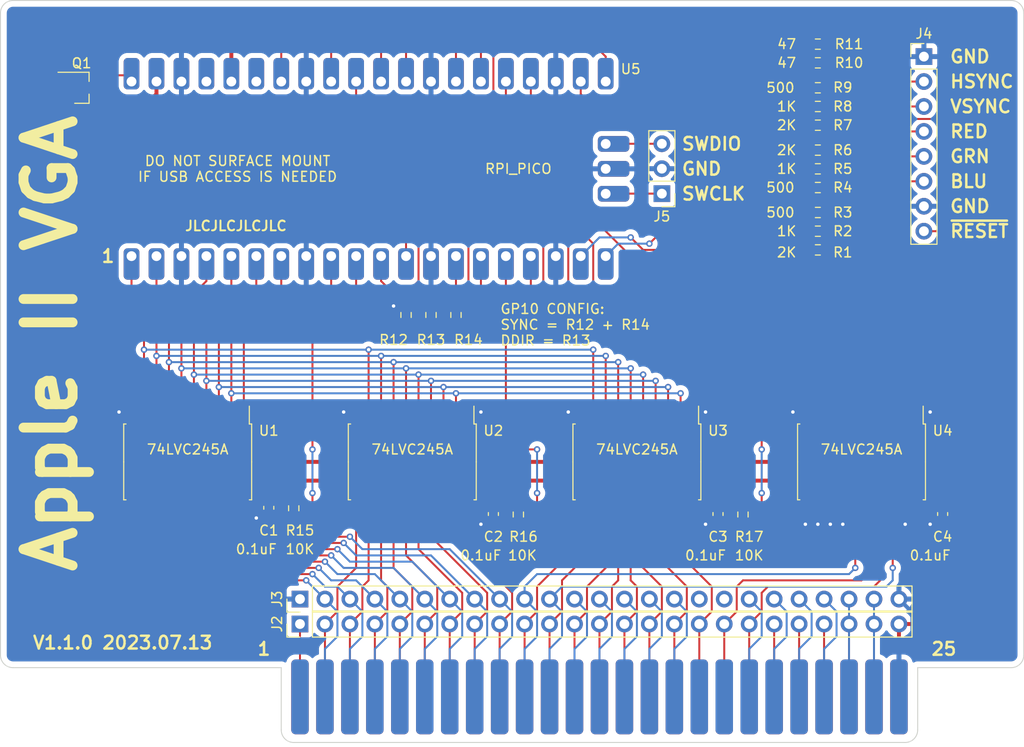
<source format=kicad_pcb>
(kicad_pcb (version 20221018) (generator pcbnew)
  (layers (0 "F.Cu" signal) (31 "B.Cu" signal) (34 "B.Paste" user) (35 "F.Paste" user) (36 "B.SilkS" user "B.Silkscreen") (37 "F.SilkS" user "F.Silkscreen") (38 "B.Mask" user) (39 "F.Mask" user) (44 "Edge.Cuts" user))
  (net 0 "")
  (net 1 "/GND")
  (net 7 "Net-(U5-GP14)")
  (net 8 "Net-(U5-GP15)")
  (net 9 "/D0")
  (net 10 "/D1")
  (net 11 "/D2")
  (net 12 "/D3")
  (net 13 "/D4")
  (net 14 "/D5")
  (net 15 "/D6")
  (net 16 "/D7")
  (net 17 "/CLK_PHI0")
  (net 18 "/INT")
  (net 19 "/DMA")
  (net 20 "/SYNC")
  (net 21 "/A15")
  (net 22 "/A14")
  (net 23 "/A13")
  (net 24 "/A12")
  (net 25 "/A11")
  (net 26 "/A10")
  (net 27 "/A9")
  (net 28 "/A8")
  (net 29 "/A7")
  (net 30 "/A6")
  (net 31 "/A5")
  (net 32 "/A4")
  (net 33 "/A3")
  (net 34 "/A2")
  (net 35 "/A1")
  (net 36 "/A0")
  (net 37 "/~{DEVSEL}")
  (net 38 "/CPUSYNC")
  (net 39 "/CLK_PHI1")
  (net 40 "/Q3")
  (net 41 "/CLK_7M")
  (net 42 "/CLK_3.68M")
  (net 43 "/~{INH}")
  (net 44 "/~{RES}")
  (net 45 "/~{IRQ}")
  (net 46 "/~{NMI}")
  (net 47 "/5V0")
  (net 48 "/~{DMA}")
  (net 49 "/RDY")
  (net 50 "/~{IOSTRB}")
  (net 51 "/~{IOSEL}")
  (net 52 "Net-(U5-GP16)")
  (net 53 "Net-(U5-GP19)")
  (net 54 "/3V3")
  (net 55 "/R~{W}")
  (net 56 "/VGA_H")
  (net 57 "/VGA_V")
  (net 58 "/VGA_R")
  (net 59 "/VGA_G")
  (net 60 "/VGA_B")
  (net 61 "/RUN")
  (net 62 "/VBUS")
  (net 63 "/VSYS")
  (net 64 "Net-(U5-GP18)")
  (net 65 "Net-(U5-GP17)")
  (net 66 "Net-(U5-GP20)")
  (net 67 "/DDIR")
  (net 68 "/GP10")
  (net 69 "/~{AHEN}")
  (net 70 "/~{ALEN}")
  (net 71 "/~{DEN}")
  (net 72 "/DA7")
  (net 73 "/DA6")
  (net 74 "/DA5")
  (net 75 "/DA4")
  (net 76 "/DA3")
  (net 77 "/DA2")
  (net 78 "/DA1")
  (net 79 "/DA0")
  (net 80 "/XSYNC")
  (net 81 "/~{XDEVSEL}")
  (net 82 "/PHI0")
  (net 83 "/XR~{W}")
  (net 84 "Net-(U5-GP21)")
  (net 85 "Net-(U5-GP22)")
  (net 86 "Net-(U5-GP27)")
  (net 87 "Net-(U5-GP28)")
  (net 94 "/SWCLK")
  (net 95 "/SWDIO")
  (footprint "Resistor_SMD:R_0603_1608Metric_Pad0.98x0.95mm_HandSolder" (layer "F.Cu") (at 149.225 91.44)
    (fp_text reference "R1")
    (fp_text value "2K")
  )
  (footprint "AAA:BUS_APPLE_II" (layer "F.Cu") (at 157.48 136.96)
    (fp_text reference "J1" hide)
    (fp_text value "BUS_APPLE_II" hide)
  )
  (footprint "Connector_PinHeader_2.54mm:PinHeader_1x25_P2.54mm_Vertical" (layer "F.Cu") (at 96.52 129.54 90)
    (fp_text reference "J2")
    (fp_text value "Conn_01x25" hide)
  )
  (footprint "Package_SO:SOIC-20W_7.5x12.8mm_P1.27mm" (layer "F.Cu") (at 130.81 113.03 -90)
    (fp_text reference "U3")
    (fp_text value "74LVC245A")
  )
  (footprint "Resistor_SMD:R_0603_1608Metric_Pad0.98x0.95mm_HandSolder" (layer "F.Cu") (at 149.225 83.185)
    (fp_text reference "R5")
    (fp_text value "1K")
  )
  (footprint "Connector_PinHeader_2.54mm:PinHeader_1x25_P2.54mm_Vertical" (layer "F.Cu") (at 96.52 127 90)
    (fp_text reference "J3")
    (fp_text value "Conn_01x25" hide)
  )
  (footprint "Capacitor_SMD:C_0603_1608Metric_Pad1.08x0.95mm_HandSolder" (layer "F.Cu") (at 93.345 117.7025 -90)
    (fp_text reference "C1")
    (fp_text value "0.1uF")
  )
  (footprint "Package_SO:SOIC-20W_7.5x12.8mm_P1.27mm" (layer "F.Cu") (at 85.09 113.03 -90)
    (fp_text reference "U1")
    (fp_text value "74LVC245A")
  )
  (footprint "Resistor_SMD:R_0603_1608Metric_Pad0.98x0.95mm_HandSolder" (layer "F.Cu") (at 149.225 85.09)
    (fp_text reference "R4")
    (fp_text value "500")
  )
  (footprint "Connector_PinHeader_2.54mm:PinHeader_1x08_P2.54mm_Vertical" (layer "F.Cu") (at 160.02 71.755)
    (fp_text reference "J4")
    (fp_text value "Conn_01x08" hide)
  )
  (footprint "Capacitor_SMD:C_0603_1608Metric_Pad1.08x0.95mm_HandSolder" (layer "F.Cu") (at 139.065 118.3375 -90)
    (fp_text reference "C3")
    (fp_text value "0.1uF")
  )
  (footprint "Resistor_SMD:R_0603_1608Metric_Pad0.98x0.95mm_HandSolder" (layer "F.Cu") (at 149.225 78.74)
    (fp_text reference "R7")
    (fp_text value "2K")
  )
  (footprint "Resistor_SMD:R_0603_1608Metric_Pad0.98x0.95mm_HandSolder" (layer "F.Cu") (at 149.225 89.535)
    (fp_text reference "R2")
    (fp_text value "1K")
  )
  (footprint "Resistor_SMD:R_0603_1608Metric_Pad0.98x0.95mm_HandSolder" (layer "F.Cu") (at 149.225 87.63)
    (fp_text reference "R3")
    (fp_text value "500")
  )
  (footprint "Resistor_SMD:R_0603_1608Metric_Pad0.98x0.95mm_HandSolder" (layer "F.Cu") (at 95.885 117.7525 90)
    (fp_text reference "R15")
    (fp_text value "10K")
  )
  (footprint "AAA:RPI_PICO" (layer "F.Cu") (at 102.235 83.185 180)
    (fp_text reference "U5")
    (fp_text value "RPI_PICO")
  )
  (footprint "Package_TO_SOT_SMD:SOT-23_Handsoldering" (layer "F.Cu") (at 74.295 74.93)
    (fp_text reference "Q1")
    (fp_text value "DMG2305UX")
  )
  (footprint "Resistor_SMD:R_0603_1608Metric_Pad0.98x0.95mm_HandSolder" (layer "F.Cu") (at 149.225 74.93)
    (fp_text reference "R9")
    (fp_text value "500")
  )
  (footprint "Resistor_SMD:R_0603_1608Metric_Pad0.98x0.95mm_HandSolder" (layer "F.Cu") (at 141.605 118.3875 90)
    (fp_text reference "R17")
    (fp_text value "10K")
  )
  (footprint "Connector_PinHeader_2.54mm:PinHeader_1x03_P2.54mm_Vertical" (layer "F.Cu") (at 133.35 85.71 180)
    (fp_text reference "J5")
    (fp_text value "Conn_01x03" hide)
  )
  (footprint "Package_SO:SOIC-20W_7.5x12.8mm_P1.27mm" (layer "F.Cu") (at 107.95 113.03 -90)
    (fp_text reference "U2")
    (fp_text value "74LVC245A")
  )
  (footprint "Package_SO:SOIC-20W_7.5x12.8mm_P1.27mm" (layer "F.Cu") (at 153.67 113.03 -90)
    (fp_text reference "U4")
    (fp_text value "74LVC245A")
  )
  (footprint "Resistor_SMD:R_0603_1608Metric_Pad0.98x0.95mm_HandSolder" (layer "F.Cu") (at 149.225 70.485)
    (fp_text reference "R11")
    (fp_text value "47")
  )
  (footprint "Resistor_SMD:R_0603_1608Metric_Pad0.98x0.95mm_HandSolder" (layer "F.Cu") (at 118.745 118.3875 90)
    (fp_text reference "R16")
    (fp_text value "10K")
  )
  (footprint "Resistor_SMD:R_0603_1608Metric_Pad0.98x0.95mm_HandSolder" (layer "F.Cu") (at 109.855 98.0675 -90)
    (fp_text reference "R13")
    (fp_text value "0" hide)
  )
  (footprint "Resistor_SMD:R_0603_1608Metric_Pad0.98x0.95mm_HandSolder" (layer "F.Cu") (at 112.395 98.0675 -90)
    (fp_text reference "R14")
    (fp_text value "0" hide)
  )
  (footprint "Resistor_SMD:R_0603_1608Metric_Pad0.98x0.95mm_HandSolder" (layer "F.Cu") (at 149.225 72.39)
    (fp_text reference "R10")
    (fp_text value "47")
  )
  (footprint "Capacitor_SMD:C_0603_1608Metric_Pad1.08x0.95mm_HandSolder" (layer "F.Cu") (at 116.205 118.3375 -90)
    (fp_text reference "C2")
    (fp_text value "0.1uF")
  )
  (footprint "Capacitor_SMD:C_0603_1608Metric_Pad1.08x0.95mm_HandSolder" (layer "F.Cu") (at 161.925 118.3375 -90)
    (fp_text reference "C4")
    (fp_text value "0.1uF")
  )
  (footprint "Resistor_SMD:R_0603_1608Metric_Pad0.98x0.95mm_HandSolder" (layer "F.Cu") (at 149.225 81.28)
    (fp_text reference "R6")
    (fp_text value "2K")
  )
  (footprint "Resistor_SMD:R_0603_1608Metric_Pad0.98x0.95mm_HandSolder" (layer "F.Cu") (at 107.315 98.0675 -90)
    (fp_text reference "R12")
    (fp_text value "0" hide)
  )
  (footprint "Resistor_SMD:R_0603_1608Metric_Pad0.98x0.95mm_HandSolder" (layer "F.Cu") (at 149.225 76.835)
    (fp_text reference "R8")
    (fp_text value "1K")
  )
  (gr_arc (start 159.385 140.335) (mid 159.013026 141.233026) (end 158.115 141.605) (stroke (width 0.1)) (layer "Edge.Cuts"))
  (gr_line (start 94.615 133.985) (end 94.615 140.335) (stroke (width 0.1)) (layer "Edge.Cuts"))
  (gr_line (start 170.18 132.715) (end 170.18 67.31) (stroke (width 0.1)) (layer "Edge.Cuts"))
  (gr_line (start 159.385 133.985) (end 168.91 133.985) (stroke (width 0.1)) (layer "Edge.Cuts"))
  (gr_arc (start 170.18 132.715) (mid 169.808026 133.613026) (end 168.91 133.985) (stroke (width 0.1)) (layer "Edge.Cuts"))
  (gr_arc (start 66.04 67.31) (mid 66.411974 66.411974) (end 67.31 66.04) (stroke (width 0.1)) (layer "Edge.Cuts"))
  (gr_line (start 95.885 141.605) (end 158.115 141.605) (stroke (width 0.1)) (layer "Edge.Cuts"))
  (gr_line (start 159.385 140.335) (end 159.385 133.985) (stroke (width 0.1)) (layer "Edge.Cuts"))
  (gr_arc (start 168.91 66.04) (mid 169.808026 66.411974) (end 170.18 67.31) (stroke (width 0.1)) (layer "Edge.Cuts"))
  (gr_line (start 66.04 67.31) (end 66.04 132.715) (stroke (width 0.1)) (layer "Edge.Cuts"))
  (gr_line (start 67.31 133.985) (end 94.615 133.985) (stroke (width 0.1)) (layer "Edge.Cuts"))
  (gr_line (start 168.91 66.04) (end 67.31 66.04) (stroke (width 0.1)) (layer "Edge.Cuts"))
  (gr_arc (start 95.885 141.605) (mid 94.986974 141.233026) (end 94.615 140.335) (stroke (width 0.1)) (layer "Edge.Cuts"))
  (gr_arc (start 67.31 133.985) (mid 66.411974 133.613026) (end 66.04 132.715) (stroke (width 0.1)) (layer "Edge.Cuts"))
  (gr_text "VSYNC" (at 162.56 76.835) (layer "F.SilkS") (effects (font (size 1.3 1.3) (thickness 0.25)) (justify left)))
  (gr_text "V1.1.0 2023.07.13" (at 69.215 131.445) (layer "F.SilkS") (effects (font (size 1.3 1.3) (thickness 0.25)) (justify left)))
  (gr_text "SWDIO" (at 135.255 80.645) (layer "F.SilkS") (effects (font (size 1.3 1.3) (thickness 0.25)) (justify left)))
  (gr_text "Apple II VGA" (at 71.12 100.965 90) (layer "F.SilkS") (effects (font (size 5 5) (thickness 1))))
  (gr_text "DO NOT SURFACE MOUNT\nIF USB ACCESS IS NEEDED" (at 90.17 83.185) (layer "F.SilkS") (effects (font (size 1 1))))
  (gr_text "1" (at 76.2 92.075) (layer "F.SilkS") (effects (font (size 1.3 1.3) (thickness 0.25)) (justify left)))
  (gr_text "GND" (at 162.56 86.995) (layer "F.SilkS") (effects (font (size 1.3 1.3) (thickness 0.25)) (justify left)))
  (gr_text "JLCJLCJLCJLC" (at 90 89) (layer "F.SilkS") (effects (font (size 1 1) (thickness 0.2))))
  (gr_text "HSYNC" (at 162.56 74.295) (layer "F.SilkS") (effects (font (size 1.3 1.3) (thickness 0.25)) (justify left)))
  (gr_text "GP10 CONFIG:\nSYNC = R12 + R14\nDDIR = R13" (at 116.84 99.06) (layer "F.SilkS") (effects (font (size 1 1)) (justify left)))
  (gr_text "SWCLK" (at 135.255 85.725) (layer "F.SilkS") (effects (font (size 1.3 1.3) (thickness 0.25)) (justify left)))
  (gr_text "RED" (at 162.56 79.375) (layer "F.SilkS") (effects (font (size 1.3 1.3) (thickness 0.25)) (justify left)))
  (gr_text "1" (at 92.075 132.08) (layer "F.SilkS") (effects (font (size 1.3 1.3) (thickness 0.25)) (justify left)))
  (gr_text "GND" (at 162.56 71.755) (layer "F.SilkS") (effects (font (size 1.3 1.3) (thickness 0.25)) (justify left)))
  (gr_text "~{RESET}" (at 162.56 89.535) (layer "F.SilkS") (effects (font (size 1.3 1.3) (thickness 0.25)) (justify left)))
  (gr_text "25" (at 160.655 132.08) (layer "F.SilkS") (effects (font (size 1.3 1.3) (thickness 0.25)) (justify left)))
  (gr_text "GRN" (at 162.56 81.915) (layer "F.SilkS") (effects (font (size 1.3 1.3) (thickness 0.25)) (justify left)))
  (gr_text "GND" (at 135.255 83.185) (layer "F.SilkS") (effects (font (size 1.3 1.3) (thickness 0.25)) (justify left)))
  (gr_text "BLU" (at 162.56 84.455) (layer "F.SilkS") (effects (font (size 1.3 1.3) (thickness 0.25)) (justify left)))
  (segment (start 147.955 107.95) (end 147.32 107.95) (width 0.4) (layer "F.Cu") (net 1))
  (segment (start 136.525 108.38) (end 136.525 107.95) (width 0.2) (layer "F.Cu") (net 1))
  (segment (start 137.795 119.38) (end 138.885 119.38) (width 0.2) (layer "F.Cu") (net 1))
  (segment (start 92.075 118.745) (end 93.165 118.745) (width 0.2) (layer "F.Cu") (net 1))
  (segment (start 127.635 83.185) (end 127.65 83.17) (width 0.2) (layer "F.Cu") (net 1))
  (segment (start 114.935 119.38) (end 116.025 119.38) (width 0.2) (layer "F.Cu") (net 1))
  (segment (start 147.955 117.68) (end 147.955 119.38) (width 0.2) (layer "F.Cu") (net 1))
  (segment (start 79.375 108.38) (end 79.375 107.95) (width 0.2) (layer "F.Cu") (net 1))
  (segment (start 150.495 117.68) (end 150.495 119.38) (width 0.2) (layer "F.Cu") (net 1))
  (segment (start 138.885 119.38) (end 139.065 119.2) (width 0.2) (layer "F.Cu") (net 1))
  (segment (start 125.095 107.95) (end 123.825 107.95) (width 0.4) (layer "F.Cu") (net 1))
  (segment (start 159.385 108.38) (end 159.385 107.95) (width 0.2) (layer "F.Cu") (net 1))
  (segment (start 102.235 108.38) (end 102.235 107.95) (width 0.2) (layer "F.Cu") (net 1))
  (segment (start 127.65 83.17) (end 133.35 83.17) (width 0.2) (layer "F.Cu") (net 1))
  (segment (start 147.32 107.95) (end 146.685 107.95) (width 0.4) (layer "F.Cu") (net 1))
  (segment (start 102.235 107.95) (end 100.965 107.95) (width 0.4) (layer "F.Cu") (net 1))
  (segment (start 149.225 117.68) (end 149.225 119.38) (width 0.2) (layer "F.Cu") (net 1))
  (segment (start 151.765 117.68) (end 151.765 119.38) (width 0.2) (layer "F.Cu") (net 1))
  (segment (start 113.665 107.95) (end 114.935 107.95) (width 0.2) (layer "F.Cu") (net 1))
  (segment (start 136.525 107.95) (end 137.795 107.95) (width 0.2) (layer "F.Cu") (net 1))
  (segment (start 125.095 108.38) (end 125.095 107.95) (width 0.2) (layer "F.Cu") (net 1))
  (segment (start 158.115 117.68) (end 158.115 119.38) (width 0.2) (layer "F.Cu") (net 1))
  (segment (start 160.655 119.38) (end 161.745 119.38) (width 0.2) (layer "F.Cu") (net 1))
  (segment (start 147.955 108.38) (end 147.955 107.95) (width 0.2) (layer "F.Cu") (net 1))
  (segment (start 159.385 107.95) (end 160.655 107.95) (width 0.2) (layer "F.Cu") (net 1))
  (segment (start 79.375 107.95) (end 78.105 107.95) (width 0.4) (layer "F.Cu") (net 1))
  (segment (start 93.165 118.745) (end 93.345 118.565) (width 0.2) (layer "F.Cu") (net 1))
  (segment (start 161.745 119.38) (end 161.925 119.2) (width 0.2) (layer "F.Cu") (net 1))
  (segment (start 116.025 119.38) (end 116.205 119.2) (width 0.2) (layer "F.Cu") (net 1))
  (segment (start 113.665 108.38) (end 113.665 107.95) (width 0.2) (layer "F.Cu") (net 1))
  (segment (start 107.315 97.155) (end 106.045 97.155) (width 0.2) (layer "F.Cu") (net 1))
  (via (at 137.795 119.38) (size 0.65) (drill 0.35) (layers "F.Cu" "B.Cu") (net 1))
  (via (at 78.105 107.95) (size 0.65) (drill 0.35) (layers "F.Cu" "B.Cu") (net 1))
  (via (at 149.225 119.38) (size 0.65) (drill 0.35) (layers "F.Cu" "B.Cu") (net 1))
  (via (at 158.115 119.38) (size 0.65) (drill 0.35) (layers "F.Cu" "B.Cu") (net 1))
  (via (at 123.825 107.95) (size 0.65) (drill 0.35) (layers "F.Cu" "B.Cu") (net 1))
  (via (at 106.045 97.155) (size 0.65) (drill 0.35) (layers "F.Cu" "B.Cu") (net 1))
  (via (at 150.495 119.38) (size 0.65) (drill 0.35) (layers "F.Cu" "B.Cu") (net 1))
  (via (at 147.955 119.38) (size 0.65) (drill 0.35) (layers "F.Cu" "B.Cu") (net 1))
  (via (at 92.075 118.745) (size 0.65) (drill 0.35) (layers "F.Cu" "B.Cu") (net 1))
  (via (at 114.935 107.95) (size 0.65) (drill 0.35) (layers "F.Cu" "B.Cu") (net 1))
  (via (at 100.965 107.95) (size 0.65) (drill 0.35) (layers "F.Cu" "B.Cu") (net 1))
  (via (at 160.655 107.95) (size 0.65) (drill 0.35) (layers "F.Cu" "B.Cu") (net 1))
  (via (at 146.685 107.95) (size 0.65) (drill 0.35) (layers "F.Cu" "B.Cu") (net 1))
  (via (at 137.795 107.95) (size 0.65) (drill 0.35) (layers "F.Cu" "B.Cu") (net 1))
  (via (at 151.765 119.38) (size 0.65) (drill 0.35) (layers "F.Cu" "B.Cu") (net 1))
  (via (at 114.935 119.38) (size 0.65) (drill 0.35) (layers "F.Cu" "B.Cu") (net 1))
  (via (at 160.655 119.38) (size 0.65) (drill 0.35) (layers "F.Cu" "B.Cu") (net 1))
  (segment (start 157.48 127) (end 158.75 128.27) (width 0.4) (layer "B.Cu") (net 1))
  (segment (start 158.75 128.27) (end 158.75 130.81) (width 0.2) (layer "B.Cu") (net 1))
  (segment (start 158.75 130.81) (end 157.48 132.08) (width 0.2) (layer "B.Cu") (net 1))
  (segment (start 157.48 132.08) (end 157.48 137.16) (width 0.4) (layer "B.Cu") (net 1))
  (segment (start 130.175 90.17) (end 131.445 91.44) (width 0.2) (layer "F.Cu") (net 7))
  (segment (start 131.445 91.44) (end 148.3125 91.44) (width 0.2) (layer "F.Cu") (net 7))
  (via (at 130.175 90.17) (size 0.65) (drill 0.35) (layers "F.Cu" "B.Cu") (net 7))
  (segment (start 127 90.17) (end 130.175 90.17) (width 0.2) (layer "B.Cu") (net 7))
  (segment (start 125.095 92.075) (end 127 90.17) (width 0.2) (layer "B.Cu") (net 7))
  (segment (start 133.35 89.535) (end 148.3125 89.535) (width 0.2) (layer "F.Cu") (net 8))
  (segment (start 132.08 90.805) (end 133.35 89.535) (width 0.2) (layer "F.Cu") (net 8))
  (via (at 132.08 90.805) (size 0.65) (drill 0.35) (layers "F.Cu" "B.Cu") (net 8))
  (segment (start 132.08 90.805) (end 128.905 90.805) (width 0.2) (layer "B.Cu") (net 8))
  (segment (start 128.905 90.805) (end 127.635 92.075) (width 0.2) (layer "B.Cu") (net 8))
  (segment (start 97.155 125.095) (end 80.01 125.095) (width 0.2) (layer "F.Cu") (net 9))
  (segment (start 80.01 125.095) (end 79.375 124.46) (width 0.2) (layer "F.Cu") (net 9))
  (segment (start 79.375 124.46) (end 79.375 117.68) (width 0.2) (layer "F.Cu") (net 9))
  (via (at 97.155 125.095) (size 0.65) (drill 0.35) (layers "F.Cu" "B.Cu") (net 9))
  (segment (start 99.06 132.08) (end 99.06 137.16) (width 0.2) (layer "B.Cu") (net 9))
  (segment (start 99.06 127) (end 100.33 128.27) (width 0.2) (layer "B.Cu") (net 9))
  (segment (start 97.155 125.095) (end 99.06 127) (width 0.2) (layer "B.Cu") (net 9))
  (segment (start 100.33 130.81) (end 99.06 132.08) (width 0.2) (layer "B.Cu") (net 9))
  (segment (start 100.33 128.27) (end 100.33 130.81) (width 0.2) (layer "B.Cu") (net 9))
  (segment (start 97.79 124.46) (end 81.28 124.46) (width 0.2) (layer "F.Cu") (net 10))
  (segment (start 81.28 124.46) (end 80.645 123.825) (width 0.2) (layer "F.Cu") (net 10))
  (segment (start 80.645 123.825) (end 80.645 117.68) (width 0.2) (layer "F.Cu") (net 10))
  (via (at 97.79 124.46) (size 0.65) (drill 0.35) (layers "F.Cu" "B.Cu") (net 10))
  (segment (start 97.79 124.46) (end 99.06 125.73) (width 0.2) (layer "B.Cu") (net 10))
  (segment (start 102.87 128.27) (end 102.87 130.81) (width 0.2) (layer "B.Cu") (net 10))
  (segment (start 101.6 132.08) (end 101.6 137.16) (width 0.2) (layer "B.Cu") (net 10))
  (segment (start 101.6 127) (end 102.87 128.27) (width 0.2) (layer "B.Cu") (net 10))
  (segment (start 100.33 125.73) (end 101.6 127) (width 0.2) (layer "B.Cu") (net 10))
  (segment (start 99.06 125.73) (end 100.33 125.73) (width 0.2) (layer "B.Cu") (net 10))
  (segment (start 102.87 130.81) (end 101.6 132.08) (width 0.2) (layer "B.Cu") (net 10))
  (segment (start 81.915 123.19) (end 81.915 117.68) (width 0.2) (layer "F.Cu") (net 11))
  (segment (start 98.425 123.825) (end 82.55 123.825) (width 0.2) (layer "F.Cu") (net 11))
  (segment (start 82.55 123.825) (end 81.915 123.19) (width 0.2) (layer "F.Cu") (net 11))
  (via (at 98.425 123.825) (size 0.65) (drill 0.35) (layers "F.Cu" "B.Cu") (net 11))
  (segment (start 99.695 125.095) (end 102.235 125.095) (width 0.2) (layer "B.Cu") (net 11))
  (segment (start 102.235 125.095) (end 104.14 127) (width 0.2) (layer "B.Cu") (net 11))
  (segment (start 105.41 128.27) (end 105.41 130.81) (width 0.2) (layer "B.Cu") (net 11))
  (segment (start 104.14 132.08) (end 104.14 137.16) (width 0.2) (layer "B.Cu") (net 11))
  (segment (start 98.425 123.825) (end 99.695 125.095) (width 0.2) (layer "B.Cu") (net 11))
  (segment (start 105.41 130.81) (end 104.14 132.08) (width 0.2) (layer "B.Cu") (net 11))
  (segment (start 104.14 127) (end 105.41 128.27) (width 0.2) (layer "B.Cu") (net 11))
  (segment (start 99.06 123.19) (end 83.82 123.19) (width 0.2) (layer "F.Cu") (net 12))
  (segment (start 83.82 123.19) (end 83.185 122.555) (width 0.2) (layer "F.Cu") (net 12))
  (segment (start 83.185 122.555) (end 83.185 117.68) (width 0.2) (layer "F.Cu") (net 12))
  (via (at 99.06 123.19) (size 0.65) (drill 0.35) (layers "F.Cu" "B.Cu") (net 12))
  (segment (start 104.14 124.46) (end 106.68 127) (width 0.2) (layer "B.Cu") (net 12))
  (segment (start 99.06 123.19) (end 100.33 124.46) (width 0.2) (layer "B.Cu") (net 12))
  (segment (start 100.33 124.46) (end 104.14 124.46) (width 0.2) (layer "B.Cu") (net 12))
  (segment (start 107.95 128.27) (end 107.95 130.81) (width 0.2) (layer "B.Cu") (net 12))
  (segment (start 107.95 130.81) (end 106.68 132.08) (width 0.2) (layer "B.Cu") (net 12))
  (segment (start 106.68 127) (end 107.95 128.27) (width 0.2) (layer "B.Cu") (net 12))
  (segment (start 106.68 132.08) (end 106.68 137.16) (width 0.2) (layer "B.Cu") (net 12))
  (segment (start 84.455 121.92) (end 84.455 117.68) (width 0.2) (layer "F.Cu") (net 13))
  (segment (start 85.09 122.555) (end 84.455 121.92) (width 0.2) (layer "F.Cu") (net 13))
  (segment (start 99.695 122.555) (end 85.09 122.555) (width 0.2) (layer "F.Cu") (net 13))
  (via (at 99.695 122.555) (size 0.65) (drill 0.35) (layers "F.Cu" "B.Cu") (net 13))
  (segment (start 110.49 128.27) (end 110.49 130.81) (width 0.2) (layer "B.Cu") (net 13))
  (segment (start 109.22 132.08) (end 109.22 137.16) (width 0.2) (layer "B.Cu") (net 13))
  (segment (start 100.965 123.825) (end 106.045 123.825) (width 0.2) (layer "B.Cu") (net 13))
  (segment (start 110.49 130.81) (end 109.22 132.08) (width 0.2) (layer "B.Cu") (net 13))
  (segment (start 99.695 122.555) (end 100.965 123.825) (width 0.2) (layer "B.Cu") (net 13))
  (segment (start 106.045 123.825) (end 109.22 127) (width 0.2) (layer "B.Cu") (net 13))
  (segment (start 109.22 127) (end 110.49 128.27) (width 0.2) (layer "B.Cu") (net 13))
  (segment (start 100.33 121.92) (end 86.36 121.92) (width 0.2) (layer "F.Cu") (net 14))
  (segment (start 86.36 121.92) (end 85.725 121.285) (width 0.2) (layer "F.Cu") (net 14))
  (segment (start 85.725 121.285) (end 85.725 117.68) (width 0.2) (layer "F.Cu") (net 14))
  (via (at 100.33 121.92) (size 0.65) (drill 0.35) (layers "F.Cu" "B.Cu") (net 14))
  (segment (start 111.76 132.08) (end 111.76 137.16) (width 0.2) (layer "B.Cu") (net 14))
  (segment (start 100.33 121.92) (end 101.6 123.19) (width 0.2) (layer "B.Cu") (net 14))
  (segment (start 101.6 123.19) (end 107.95 123.19) (width 0.2) (layer "B.Cu") (net 14))
  (segment (start 111.76 127) (end 113.03 128.27) (width 0.2) (layer "B.Cu") (net 14))
  (segment (start 107.95 123.19) (end 111.76 127) (width 0.2) (layer "B.Cu") (net 14))
  (segment (start 113.03 130.81) (end 111.76 132.08) (width 0.2) (layer "B.Cu") (net 14))
  (segment (start 113.03 128.27) (end 113.03 130.81) (width 0.2) (layer "B.Cu") (net 14))
  (segment (start 87.63 121.285) (end 86.995 120.65) (width 0.2) (layer "F.Cu") (net 15))
  (segment (start 86.995 120.65) (end 86.995 117.68) (width 0.2) (layer "F.Cu") (net 15))
  (segment (start 100.965 121.285) (end 87.63 121.285) (width 0.2) (layer "F.Cu") (net 15))
  (via (at 100.965 121.285) (size 0.65) (drill 0.35) (layers "F.Cu" "B.Cu") (net 15))
  (segment (start 100.965 121.285) (end 102.235 122.555) (width 0.2) (layer "B.Cu") (net 15))
  (segment (start 109.855 122.555) (end 114.3 127) (width 0.2) (layer "B.Cu") (net 15))
  (segment (start 102.235 122.555) (end 109.855 122.555) (width 0.2) (layer "B.Cu") (net 15))
  (segment (start 114.3 127) (end 115.57 128.27) (width 0.2) (layer "B.Cu") (net 15))
  (segment (start 114.3 132.08) (end 114.3 137.16) (width 0.2) (layer "B.Cu") (net 15))
  (segment (start 115.57 130.81) (end 114.3 132.08) (width 0.2) (layer "B.Cu") (net 15))
  (segment (start 115.57 128.27) (end 115.57 130.81) (width 0.2) (layer "B.Cu") (net 15))
  (segment (start 88.265 120.015) (end 88.265 117.68) (width 0.2) (layer "F.Cu") (net 16))
  (segment (start 88.9 120.65) (end 88.265 120.015) (width 0.2) (layer "F.Cu") (net 16))
  (segment (start 101.6 120.65) (end 88.9 120.65) (width 0.2) (layer "F.Cu") (net 16))
  (via (at 101.6 120.65) (size 0.65) (drill 0.35) (layers "F.Cu" "B.Cu") (net 16))
  (segment (start 116.84 127) (end 118.11 128.27) (width 0.2) (layer "B.Cu") (net 16))
  (segment (start 101.6 120.65) (end 102.87 121.92) (width 0.2) (layer "B.Cu") (net 16))
  (segment (start 118.11 130.81) (end 116.84 132.08) (width 0.2) (layer "B.Cu") (net 16))
  (segment (start 111.76 121.92) (end 116.84 127) (width 0.2) (layer "B.Cu") (net 16))
  (segment (start 116.84 132.08) (end 116.84 137.16) (width 0.2) (layer "B.Cu") (net 16))
  (segment (start 102.87 121.92) (end 111.76 121.92) (width 0.2) (layer "B.Cu") (net 16))
  (segment (start 118.11 128.27) (end 118.11 130.81) (width 0.2) (layer "B.Cu") (net 16))
  (segment (start 156.845 123.825) (end 156.845 117.68) (width 0.2) (layer "F.Cu") (net 17))
  (via (at 156.845 123.825) (size 0.65) (drill 0.35) (layers "F.Cu" "B.Cu") (net 17))
  (segment (start 156.845 125.095) (end 156.845 123.825) (width 0.2) (layer "B.Cu") (net 17))
  (segment (start 123.19 130.81) (end 121.92 132.08) (width 0.2) (layer "B.Cu") (net 17))
  (segment (start 121.92 132.08) (end 121.92 137.16) (width 0.2) (layer "B.Cu") (net 17))
  (segment (start 121.92 127) (end 123.19 128.27) (width 0.2) (layer "B.Cu") (net 17))
  (segment (start 121.92 127) (end 123.19 125.73) (width 0.2) (layer "B.Cu") (net 17))
  (segment (start 123.19 125.73) (end 156.21 125.73) (width 0.2) (layer "B.Cu") (net 17))
  (segment (start 123.19 128.27) (end 123.19 130.81) (width 0.2) (layer "B.Cu") (net 17))
  (segment (start 156.21 125.73) (end 156.845 125.095) (width 0.2) (layer "B.Cu") (net 17))
  (segment (start 152.4 137.16) (end 152.4 129.54) (width 0.2) (layer "F.Cu") (net 18))
  (segment (start 152.4 129.54) (end 152.4 137.16) (width 0.2) (layer "B.Cu") (net 18))
  (segment (start 152.4 127) (end 152.4 129.54) (width 0.2) (layer "B.Cu") (net 18))
  (segment (start 154.94 137.16) (end 154.94 129.54) (width 0.2) (layer "F.Cu") (net 19))
  (segment (start 154.94 129.54) (end 154.94 137.16) (width 0.2) (layer "B.Cu") (net 19))
  (segment (start 154.94 127) (end 154.94 129.54) (width 0.2) (layer "B.Cu") (net 19))
  (segment (start 142.24 137.16) (end 142.24 129.54) (width 0.2) (layer "F.Cu") (net 20))
  (segment (start 155.575 125.095) (end 155.575 117.68) (width 0.2) (layer "F.Cu") (net 20))
  (segment (start 144.145 125.73) (end 154.94 125.73) (width 0.2) (layer "F.Cu") (net 20))
  (segment (start 143.51 128.27) (end 143.51 126.365) (width 0.2) (layer "F.Cu") (net 20))
  (segment (start 154.94 125.73) (end 155.575 125.095) (width 0.2) (layer "F.Cu") (net 20))
  (segment (start 142.24 129.54) (end 143.51 128.27) (width 0.2) (layer "F.Cu") (net 20))
  (segment (start 143.51 126.365) (end 144.145 125.73) (width 0.2) (layer "F.Cu") (net 20))
  (segment (start 138.43 128.27) (end 138.43 125.73) (width 0.2) (layer "F.Cu") (net 21))
  (segment (start 137.16 137.16) (end 137.16 129.54) (width 0.2) (layer "F.Cu") (net 21))
  (segment (start 138.43 125.73) (end 133.985 121.285) (width 0.2) (layer "F.Cu") (net 21))
  (segment (start 137.16 129.54) (end 138.43 128.27) (width 0.2) (layer "F.Cu") (net 21))
  (segment (start 133.985 121.285) (end 133.985 117.68) (width 0.2) (layer "F.Cu") (net 21))
  (segment (start 132.715 122.555) (end 132.715 117.68) (width 0.2) (layer "F.Cu") (net 22))
  (segment (start 134.62 129.54) (end 135.89 128.27) (width 0.2) (layer "F.Cu") (net 22))
  (segment (start 135.89 128.27) (end 135.89 125.73) (width 0.2) (layer "F.Cu") (net 22))
  (segment (start 134.62 137.16) (end 134.62 129.54) (width 0.2) (layer "F.Cu") (net 22))
  (segment (start 135.89 125.73) (end 132.715 122.555) (width 0.2) (layer "F.Cu") (net 22))
  (segment (start 133.35 125.73) (end 131.445 123.825) (width 0.2) (layer "F.Cu") (net 23))
  (segment (start 131.445 123.825) (end 131.445 117.68) (width 0.2) (layer "F.Cu") (net 23))
  (segment (start 132.08 137.16) (end 132.08 129.54) (width 0.2) (layer "F.Cu") (net 23))
  (segment (start 132.08 129.54) (end 133.35 128.27) (width 0.2) (layer "F.Cu") (net 23))
  (segment (start 133.35 128.27) (end 133.35 125.73) (width 0.2) (layer "F.Cu") (net 23))
  (segment (start 129.54 137.16) (end 129.54 129.54) (width 0.2) (layer "F.Cu") (net 24))
  (segment (start 129.54 129.54) (end 130.81 128.27) (width 0.2) (layer "F.Cu") (net 24))
  (segment (start 130.175 125.095) (end 130.175 117.68) (width 0.2) (layer "F.Cu") (net 24))
  (segment (start 130.81 125.73) (end 130.175 125.095) (width 0.2) (layer "F.Cu") (net 24))
  (segment (start 130.81 128.27) (end 130.81 125.73) (width 0.2) (layer "F.Cu") (net 24))
  (segment (start 127 129.54) (end 128.27 128.27) (width 0.2) (layer "F.Cu") (net 25))
  (segment (start 128.27 128.27) (end 128.27 125.73) (width 0.2) (layer "F.Cu") (net 25))
  (segment (start 128.27 125.73) (end 128.905 125.095) (width 0.2) (layer "F.Cu") (net 25))
  (segment (start 128.905 125.095) (end 128.905 117.68) (width 0.2) (layer "F.Cu") (net 25))
  (segment (start 127 137.16) (end 127 129.54) (width 0.2) (layer "F.Cu") (net 25))
  (segment (start 124.46 137.16) (end 124.46 129.54) (width 0.2) (layer "F.Cu") (net 26))
  (segment (start 127.635 123.825) (end 127.635 117.68) (width 0.2) (layer "F.Cu") (net 26))
  (segment (start 125.73 125.73) (end 127.635 123.825) (width 0.2) (layer "F.Cu") (net 26))
  (segment (start 125.73 128.27) (end 125.73 125.73) (width 0.2) (layer "F.Cu") (net 26))
  (segment (start 124.46 129.54) (end 125.73 128.27) (width 0.2) (layer "F.Cu") (net 26))
  (segment (start 123.19 125.095) (end 126.365 121.92) (width 0.2) (layer "F.Cu") (net 27))
  (segment (start 126.365 121.92) (end 126.365 117.68) (width 0.2) (layer "F.Cu") (net 27))
  (segment (start 121.92 137.16) (end 121.92 129.54) (width 0.2) (layer "F.Cu") (net 27))
  (segment (start 123.19 128.27) (end 123.19 125.095) (width 0.2) (layer "F.Cu") (net 27))
  (segment (start 121.92 129.54) (end 123.19 128.27) (width 0.2) (layer "F.Cu") (net 27))
  (segment (start 119.38 129.54) (end 120.65 128.27) (width 0.2) (layer "F.Cu") (net 28))
  (segment (start 125.095 121.285) (end 125.095 117.68) (width 0.2) (layer "F.Cu") (net 28))
  (segment (start 120.65 125.73) (end 125.095 121.285) (width 0.2) (layer "F.Cu") (net 28))
  (segment (start 119.38 137.16) (end 119.38 129.54) (width 0.2) (layer "F.Cu") (net 28))
  (segment (start 120.65 128.27) (end 120.65 125.73) (width 0.2) (layer "F.Cu") (net 28))
  (segment (start 111.125 119.38) (end 118.11 126.365) (width 0.2) (layer "F.Cu") (net 29))
  (segment (start 116.84 137.16) (end 116.84 129.54) (width 0.2) (layer "F.Cu") (net 29))
  (segment (start 118.11 126.365) (end 118.11 128.27) (width 0.2) (layer "F.Cu") (net 29))
  (segment (start 118.11 128.27) (end 116.84 129.54) (width 0.2) (layer "F.Cu") (net 29))
  (segment (start 111.125 117.68) (end 111.125 119.38) (width 0.2) (layer "F.Cu") (net 29))
  (segment (start 109.855 120.65) (end 115.569302 126.364302) (width 0.2) (layer "F.Cu") (net 30))
  (segment (start 109.855 117.68) (end 109.855 120.65) (width 0.2) (layer "F.Cu") (net 30))
  (segment (start 115.569302 126.364302) (end 115.569302 128.270698) (width 0.2) (layer "F.Cu") (net 30))
  (segment (start 114.3 137.16) (end 114.3 129.54) (width 0.2) (layer "F.Cu") (net 30))
  (segment (start 115.569302 128.270698) (end 114.3 129.54) (width 0.2) (layer "F.Cu") (net 30))
  (segment (start 111.76 137.16) (end 111.76 129.54) (width 0.2) (layer "F.Cu") (net 31))
  (segment (start 108.585 117.68) (end 108.585 121.921396) (width 0.2) (layer "F.Cu") (net 31))
  (segment (start 113.03 126.366396) (end 113.03 128.27) (width 0.2) (layer "F.Cu") (net 31))
  (segment (start 113.03 128.27) (end 111.76 129.54) (width 0.2) (layer "F.Cu") (net 31))
  (segment (start 108.585 121.921396) (end 113.03 126.366396) (width 0.2) (layer "F.Cu") (net 31))
  (segment (start 109.22 137.16) (end 109.22 129.54) (width 0.2) (layer "F.Cu") (net 32))
  (segment (start 107.315 117.68) (end 107.315 122.556396) (width 0.2) (layer "F.Cu") (net 32))
  (segment (start 110.49 125.731396) (end 110.49 128.27) (width 0.2) (layer "F.Cu") (net 32))
  (segment (start 110.49 128.27) (end 109.22 129.54) (width 0.2) (layer "F.Cu") (net 32))
  (segment (start 107.315 122.556396) (end 110.49 125.731396) (width 0.2) (layer "F.Cu") (net 32))
  (segment (start 106.68 129.54) (end 106.68 137.16) (width 0.2) (layer "F.Cu") (net 33))
  (segment (start 107.95 128.27) (end 106.68 129.54) (width 0.2) (layer "F.Cu") (net 33))
  (segment (start 106.045 123.825) (end 107.95 125.73) (width 0.2) (layer "F.Cu") (net 33))
  (segment (start 106.045 117.68) (end 106.045 123.825) (width 0.2) (layer "F.Cu") (net 33))
  (segment (start 107.95 125.73) (end 107.95 128.27) (width 0.2) (layer "F.Cu") (net 33))
  (segment (start 104.775 125.095) (end 104.775 117.68) (width 0.2) (layer "F.Cu") (net 34))
  (segment (start 105.41 128.27) (end 105.41 125.73) (width 0.2) (layer "F.Cu") (net 34))
  (segment (start 104.14 129.54) (end 105.41 128.27) (width 0.2) (layer "F.Cu") (net 34))
  (segment (start 104.14 129.54) (end 104.14 137.16) (width 0.2) (layer "F.Cu") (net 34))
  (segment (start 105.41 125.73) (end 104.775 125.095) (width 0.2) (layer "F.Cu") (net 34))
  (segment (start 101.6 129.54) (end 101.6 137.16) (width 0.2) (layer "F.Cu") (net 35))
  (segment (start 102.87 128.27) (end 102.87 125.73) (width 0.2) (layer "F.Cu") (net 35))
  (segment (start 101.6 129.54) (end 102.87 128.27) (width 0.2) (layer "F.Cu") (net 35))
  (segment (start 103.505 125.095) (end 103.505 117.68) (width 0.2) (layer "F.Cu") (net 35))
  (segment (start 102.87 125.73) (end 103.505 125.095) (width 0.2) (layer "F.Cu") (net 35))
  (segment (start 102.235 123.825) (end 102.235 117.68) (width 0.2) (layer "F.Cu") (net 36))
  (segment (start 99.06 129.54) (end 100.33 128.27) (width 0.2) (layer "F.Cu") (net 36))
  (segment (start 100.33 125.73) (end 102.235 123.825) (width 0.2) (layer "F.Cu") (net 36))
  (segment (start 100.33 128.27) (end 100.33 125.73) (width 0.2) (layer "F.Cu") (net 36))
  (segment (start 99.06 129.54) (end 99.06 137.16) (width 0.2) (layer "F.Cu") (net 36))
  (segment (start 153.035 123.825) (end 153.035 117.68) (width 0.2) (layer "F.Cu") (net 37))
  (via (at 153.035 123.825) (size 0.65) (drill 0.35) (layers "F.Cu" "B.Cu") (net 37))
  (segment (start 120.65 124.46) (end 152.4 124.46) (width 0.2) (layer "B.Cu") (net 37))
  (segment (start 119.38 132.08) (end 119.38 137.16) (width 0.2) (layer "B.Cu") (net 37))
  (segment (start 120.65 130.81) (end 119.38 132.08) (width 0.2) (layer "B.Cu") (net 37))
  (segment (start 119.38 125.73) (end 120.65 124.46) (width 0.2) (layer "B.Cu") (net 37))
  (segment (start 120.65 128.27) (end 120.65 130.81) (width 0.2) (layer "B.Cu") (net 37))
  (segment (start 119.38 127) (end 120.65 128.27) (width 0.2) (layer "B.Cu") (net 37))
  (segment (start 152.4 124.46) (end 153.035 123.825) (width 0.2) (layer "B.Cu") (net 37))
  (segment (start 119.38 127) (end 119.38 125.73) (width 0.2) (layer "B.Cu") (net 37))
  (segment (start 125.73 128.27) (end 125.73 130.81) (width 0.2) (layer "B.Cu") (net 38))
  (segment (start 124.46 132.08) (end 124.46 137.16) (width 0.2) (layer "B.Cu") (net 38))
  (segment (start 125.73 130.81) (end 124.46 132.08) (width 0.2) (layer "B.Cu") (net 38))
  (segment (start 124.46 127) (end 125.73 128.27) (width 0.2) (layer "B.Cu") (net 38))
  (segment (start 128.27 128.27) (end 128.27 130.81) (width 0.2) (layer "B.Cu") (net 39))
  (segment (start 127 127) (end 128.27 128.27) (width 0.2) (layer "B.Cu") (net 39))
  (segment (start 127 132.08) (end 127 137.16) (width 0.2) (layer "B.Cu") (net 39))
  (segment (start 128.27 130.81) (end 127 132.08) (width 0.2) (layer "B.Cu") (net 39))
  (segment (start 129.54 127) (end 130.81 128.27) (width 0.2) (layer "B.Cu") (net 40))
  (segment (start 130.81 130.81) (end 129.54 132.08) (width 0.2) (layer "B.Cu") (net 40))
  (segment (start 130.81 128.27) (end 130.81 130.81) (width 0.2) (layer "B.Cu") (net 40))
  (segment (start 129.54 132.08) (end 129.54 137.16) (width 0.2) (layer "B.Cu") (net 40))
  (segment (start 133.35 128.27) (end 133.35 130.81) (width 0.2) (layer "B.Cu") (net 41))
  (segment (start 132.08 127) (end 133.35 128.27) (width 0.2) (layer "B.Cu") (net 41))
  (segment (start 132.08 132.08) (end 132.08 137.16) (width 0.2) (layer "B.Cu") (net 41))
  (segment (start 133.35 130.81) (end 132.08 132.08) (width 0.2) (layer "B.Cu") (net 41))
  (segment (start 134.62 127) (end 135.89 128.27) (width 0.2) (layer "B.Cu") (net 42))
  (segment (start 135.89 130.81) (end 134.62 132.08) (width 0.2) (layer "B.Cu") (net 42))
  (segment (start 134.62 132.08) (end 134.62 137.16) (width 0.2) (layer "B.Cu") (net 42))
  (segment (start 135.89 128.27) (end 135.89 130.81) (width 0.2) (layer "B.Cu") (net 42))
  (segment (start 142.24 132.08) (end 142.24 137.16) (width 0.2) (layer "B.Cu") (net 43))
  (segment (start 142.24 127) (end 143.51 128.27) (width 0.2) (layer "B.Cu") (net 43))
  (segment (start 143.51 128.27) (end 143.51 130.81) (width 0.2) (layer "B.Cu") (net 43))
  (segment (start 143.51 130.81) (end 142.24 132.08) (width 0.2) (layer "B.Cu") (net 43))
  (segment (start 146.05 128.27) (end 146.05 130.81) (width 0.2) (layer "B.Cu") (net 44))
  (segment (start 146.05 130.81) (end 144.78 132.08) (width 0.2) (layer "B.Cu") (net 44))
  (segment (start 144.78 132.08) (end 144.78 137.16) (width 0.2) (layer "B.Cu") (net 44))
  (segment (start 144.78 127) (end 146.05 128.27) (width 0.2) (layer "B.Cu") (net 44))
  (segment (start 148.59 130.81) (end 147.32 132.08) (width 0.2) (layer "B.Cu") (net 45))
  (segment (start 148.59 128.27) (end 148.59 130.81) (width 0.2) (layer "B.Cu") (net 45))
  (segment (start 147.32 127) (end 148.59 128.27) (width 0.2) (layer "B.Cu") (net 45))
  (segment (start 147.32 132.08) (end 147.32 137.16) (width 0.2) (layer "B.Cu") (net 45))
  (segment (start 151.13 130.81) (end 149.86 132.08) (width 0.2) (layer "B.Cu") (net 46))
  (segment (start 149.86 127) (end 151.13 128.27) (width 0.2) (layer "B.Cu") (net 46))
  (segment (start 151.13 128.27) (end 151.13 130.81) (width 0.2) (layer "B.Cu") (net 46))
  (segment (start 149.86 132.08) (end 149.86 137.16) (width 0.2) (layer "B.Cu") (net 46))
  (segment (start 157.48 137.16) (end 157.48 129.54) (width 0.4) (layer "F.Cu") (net 47))
  (segment (start 70.485 75.565) (end 71.12 74.93) (width 0.4) (layer "F.Cu") (net 47))
  (segment (start 71.12 74.93) (end 75.2325 74.93) (width 0.4) (layer "F.Cu") (net 47))
  (segment (start 167.005 113.03) (end 71.12 113.03) (width 0.4) (layer "F.Cu") (net 47))
  (segment (start 71.12 113.03) (end 70.485 112.395) (width 0.4) (layer "F.Cu") (net 47))
  (segment (start 70.485 112.395) (end 70.485 75.565) (width 0.4) (layer "F.Cu") (net 47))
  (segment (start 167.64 113.665) (end 167.005 113.03) (width 0.4) (layer "F.Cu") (net 47))
  (segment (start 167.005 129.54) (end 167.64 128.905) (width 0.4) (layer "F.Cu") (net 47))
  (segment (start 157.48 129.54) (end 167.005 129.54) (width 0.4) (layer "F.Cu") (net 47))
  (segment (start 167.64 128.905) (end 167.64 113.665) (width 0.4) (layer "F.Cu") (net 47))
  (segment (start 149.86 137.16) (end 149.86 129.54) (width 0.2) (layer "F.Cu") (net 48))
  (segment (start 147.32 137.16) (end 147.32 129.54) (width 0.2) (layer "F.Cu") (net 49))
  (segment (start 144.78 137.16) (end 144.78 129.54) (width 0.2) (layer "F.Cu") (net 50))
  (segment (start 96.52 129.54) (end 96.52 137.16) (width 0.2) (layer "F.Cu") (net 51))
  (segment (start 139.065 87.63) (end 138.43 86.995) (width 0.2) (layer "F.Cu") (net 52))
  (segment (start 137.795 78.105) (end 116.84 78.105) (width 0.2) (layer "F.Cu") (net 52))
  (segment (start 116.205 71.755) (end 116.84 71.12) (width 0.2) (layer "F.Cu") (net 52))
  (segment (start 138.43 78.74) (end 137.795 78.105) (width 0.2) (layer "F.Cu") (net 52))
  (segment (start 127.635 71.755) (end 127.635 74.295) (width 0.2) (layer "F.Cu") (net 52))
  (segment (start 138.43 86.995) (end 138.43 78.74) (width 0.2) (layer "F.Cu") (net 52))
  (segment (start 116.84 71.12) (end 127 71.12) (width 0.2) (layer "F.Cu") (net 52))
  (segment (start 116.84 78.105) (end 116.205 77.47) (width 0.2) (layer "F.Cu") (net 52))
  (segment (start 127 71.12) (end 127.635 71.755) (width 0.2) (layer "F.Cu") (net 52))
  (segment (start 116.205 77.47) (end 116.205 71.755) (width 0.2) (layer "F.Cu") (net 52))
  (segment (start 148.3125 87.63) (end 139.065 87.63) (width 0.2) (layer "F.Cu") (net 52))
  (segment (start 117.475 76.835) (end 117.475 74.295) (width 0.2) (layer "F.Cu") (net 53))
  (segment (start 148.3125 85.09) (end 139.7 85.09) (width 0.2) (layer "F.Cu") (net 53))
  (segment (start 138.43 77.47) (end 118.11 77.47) (width 0.2) (layer "F.Cu") (net 53))
  (segment (start 139.065 78.105) (end 138.43 77.47) (width 0.2) (layer "F.Cu") (net 53))
  (segment (start 118.11 77.47) (end 117.475 76.835) (width 0.2) (layer "F.Cu") (net 53))
  (segment (start 139.7 85.09) (end 139.065 84.455) (width 0.2) (layer "F.Cu") (net 53))
  (segment (start 139.065 84.455) (end 139.065 78.105) (width 0.2) (layer "F.Cu") (net 53))
  (segment (start 68.58 114.935) (end 93.345 114.935) (width 0.4) (layer "F.Cu") (net 54))
  (segment (start 67.945 71.12) (end 67.945 114.3) (width 0.4) (layer "F.Cu") (net 54))
  (segment (start 139.065 117.475) (end 136.73 117.475) (width 0.4) (layer "F.Cu") (net 54))
  (segment (start 139.065 117.475) (end 139.065 115.57) (width 0.4) (layer "F.Cu") (net 54))
  (segment (start 116.205 117.475) (end 116.205 114.935) (width 0.4) (layer "F.Cu") (net 54))
  (segment (start 139.065 115.57) (end 139.065 114.935) (width 0.4) (layer "F.Cu") (net 54))
  (segment (start 159.59 117.475) (end 159.385 117.68) (width 0.4) (layer "F.Cu") (net 54))
  (segment (start 136.73 117.475) (end 136.525 117.68) (width 0.4) (layer "F.Cu") (net 54))
  (segment (start 116.205 114.935) (end 161.29 114.935) (width 0.4) (layer "F.Cu") (net 54))
  (segment (start 141.605 117.475) (end 139.065 117.475) (width 0.2) (layer "F.Cu") (net 54))
  (segment (start 161.925 117.475) (end 159.59 117.475) (width 0.4) (layer "F.Cu") (net 54))
  (segment (start 90.805 116.84) (end 93.345 116.84) (width 0.4) (layer "F.Cu") (net 54))
  (segment (start 89.535 74.295) (end 89.535 71.12) (width 0.4) (layer "F.Cu") (net 54))
  (segment (start 90.805 117.68) (end 90.805 116.84) (width 0.4) (layer "F.Cu") (net 54))
  (segment (start 88.9 70.485) (end 68.58 70.485) (width 0.4) (layer "F.Cu") (net 54))
  (segment (start 161.29 114.935) (end 161.925 115.57) (width 0.4) (layer "F.Cu") (net 54))
  (segment (start 67.945 114.3) (end 68.58 114.935) (width 0.4) (layer "F.Cu") (net 54))
  (segment (start 113.87 117.475) (end 113.665 117.68) (width 0.4) (layer "F.Cu") (net 54))
  (segment (start 93.345 114.935) (end 116.205 114.935) (width 0.4) (layer "F.Cu") (net 54))
  (segment (start 93.345 114.935) (end 93.345 116.84) (width 0.4) (layer "F.Cu") (net 54))
  (segment (start 89.535 71.12) (end 88.9 70.485) (width 0.4) (layer "F.Cu") (net 54))
  (segment (start 161.925 115.57) (end 161.925 117.475) (width 0.4) (layer "F.Cu") (net 54))
  (segment (start 95.885 116.84) (end 93.345 116.84) (width 0.2) (layer "F.Cu") (net 54))
  (segment (start 68.58 70.485) (end 67.945 71.12) (width 0.4) (layer "F.Cu") (net 54))
  (segment (start 116.205 117.475) (end 113.87 117.475) (width 0.4) (layer "F.Cu") (net 54))
  (segment (start 118.745 117.475) (end 116.205 117.475) (width 0.2) (layer "F.Cu") (net 54))
  (segment (start 140.97 128.27) (end 140.97 125.73) (width 0.2) (layer "F.Cu") (net 55))
  (segment (start 140.97 125.73) (end 141.605 125.095) (width 0.2) (layer "F.Cu") (net 55))
  (segment (start 139.7 137.16) (end 139.7 129.54) (width 0.2) (layer "F.Cu") (net 55))
  (segment (start 153.67 125.095) (end 154.305 124.46) (width 0.2) (layer "F.Cu") (net 55))
  (segment (start 141.605 125.095) (end 153.67 125.095) (width 0.2) (layer "F.Cu") (net 55))
  (segment (start 154.305 124.46) (end 154.305 117.68) (width 0.2) (layer "F.Cu") (net 55))
  (segment (start 139.7 129.54) (end 140.97 128.27) (width 0.2) (layer "F.Cu") (net 55))
  (segment (start 156.845 70.485) (end 157.48 71.12) (width 0.2) (layer "F.Cu") (net 56))
  (segment (start 158.115 74.295) (end 160.02 74.295) (width 0.2) (layer "F.Cu") (net 56))
  (segment (start 150.1375 70.485) (end 156.845 70.485) (width 0.2) (layer "F.Cu") (net 56))
  (segment (start 157.48 71.12) (end 157.48 73.66) (width 0.2) (layer "F.Cu") (net 56))
  (segment (start 157.48 73.66) (end 158.115 74.295) (width 0.2) (layer "F.Cu") (net 56))
  (segment (start 150.1375 72.39) (end 156.21 72.39) (width 0.2) (layer "F.Cu") (net 57))
  (segment (start 157.48 76.835) (end 160.02 76.835) (width 0.2) (layer "F.Cu") (net 57))
  (segment (start 156.845 76.2) (end 157.48 76.835) (width 0.2) (layer "F.Cu") (net 57))
  (segment (start 156.845 73.025) (end 156.845 76.2) (width 0.2) (layer "F.Cu") (net 57))
  (segment (start 156.21 72.39) (end 156.845 73.025) (width 0.2) (layer "F.Cu") (net 57))
  (segment (start 150.1375 78.74) (end 150.1375 76.835) (width 0.2) (layer "F.Cu") (net 58))
  (segment (start 156.845 79.375) (end 160.02 79.375) (width 0.2) (layer "F.Cu") (net 58))
  (segment (start 150.1375 76.835) (end 150.1375 74.93) (width 0.2) (layer "F.Cu") (net 58))
  (segment (start 150.1375 78.74) (end 156.21 78.74) (width 0.2) (layer "F.Cu") (net 58))
  (segment (start 156.21 78.74) (end 156.845 79.375) (width 0.2) (layer "F.Cu") (net 58))
  (segment (start 150.1375 81.28) (end 156.21 81.28) (width 0.2) (layer "F.Cu") (net 59))
  (segment (start 156.845 81.915) (end 160.02 81.915) (width 0.2) (layer "F.Cu") (net 59))
  (segment (start 156.21 81.28) (end 156.845 81.915) (width 0.2) (layer "F.Cu") (net 59))
  (segment (start 150.1375 83.185) (end 150.1375 81.28) (width 0.2) (layer "F.Cu") (net 59))
  (segment (start 150.1375 85.09) (end 150.1375 83.185) (width 0.2) (layer "F.Cu") (net 59))
  (segment (start 156.21 86.995) (end 156.21 85.09) (width 0.2) (layer "F.Cu") (net 60))
  (segment (start 155.575 87.63) (end 156.21 86.995) (width 0.2) (layer "F.Cu") (net 60))
  (segment (start 150.1375 87.63) (end 155.575 87.63) (width 0.2) (layer "F.Cu") (net 60))
  (segment (start 156.21 85.09) (end 156.845 84.455) (width 0.2) (layer "F.Cu") (net 60))
  (segment (start 156.845 84.455) (end 160.02 84.455) (width 0.2) (layer "F.Cu") (net 60))
  (segment (start 150.1375 89.535) (end 150.1375 87.63) (width 0.2) (layer "F.Cu") (net 60))
  (segment (start 150.1375 91.44) (end 150.1375 89.535) (width 0.2) (layer "F.Cu") (net 60))
  (segment (start 161.925 88.9) (end 161.29 89.535) (width 0.2) (layer "F.Cu") (net 61))
  (segment (start 144.78 73.66) (end 155.575 73.66) (width 0.2) (layer "F.Cu") (net 61))
  (segment (start 143.51 68.58) (end 144.145 69.215) (width 0.2) (layer "F.Cu") (net 61))
  (segment (start 104.775 69.215) (end 105.41 68.58) (width 0.2) (layer "F.Cu") (net 61))
  (segment (start 144.145 73.025) (end 144.78 73.66) (width 0.2) (layer "F.Cu") (net 61))
  (segment (start 104.775 74.295) (end 104.775 69.215) (width 0.2) (layer "F.Cu") (net 61))
  (segment (start 161.925 78.74) (end 161.925 88.9) (width 0.2) (layer "F.Cu") (net 61))
  (segment (start 105.41 68.58) (end 143.51 68.58) (width 0.2) (layer "F.Cu") (net 61))
  (segment (start 156.21 77.47) (end 156.845 78.105) (width 0.2) (layer "F.Cu") (net 61))
  (segment (start 161.29 78.105) (end 161.925 78.74) (width 0.2) (layer "F.Cu") (net 61))
  (segment (start 155.575 73.66) (end 156.21 74.295) (width 0.2) (layer "F.Cu") (net 61))
  (segment (start 161.29 89.535) (end 160.02 89.535) (width 0.2) (layer "F.Cu") (net 61))
  (segment (start 156.21 74.295) (end 156.21 77.47) (width 0.2) (layer "F.Cu") (net 61))
  (segment (start 144.145 69.215) (end 144.145 73.025) (width 0.2) (layer "F.Cu") (net 61))
  (segment (start 156.845 78.105) (end 161.29 78.105) (width 0.2) (layer "F.Cu") (net 61))
  (segment (start 78.74 73.66) (end 79.375 74.295) (width 0.2) (layer "F.Cu") (net 62))
  (segment (start 74.61 73.98) (end 74.93 73.66) (width 0.2) (layer "F.Cu") (net 62))
  (segment (start 74.93 73.66) (end 78.74 73.66) (width 0.2) (layer "F.Cu") (net 62))
  (segment (start 73.3575 73.98) (end 74.61 73.98) (width 0.2) (layer "F.Cu") (net 62))
  (segment (start 73.4275 75.95) (end 73.3575 75.88) (width 0.4) (layer "F.Cu") (net 63))
  (segment (start 81.915 75.565) (end 81.53 75.95) (width 0.4) (layer "F.Cu") (net 63))
  (segment (start 81.915 74.295) (end 81.915 75.565) (width 0.4) (layer "F.Cu") (net 63))
  (segment (start 81.53 75.95) (end 73.4275 75.95) (width 0.4) (layer "F.Cu") (net 63))
  (segment (start 139.7 82.55) (end 139.7 77.47) (width 0.2) (layer "F.Cu") (net 64))
  (segment (start 139.7 77.47) (end 139.065 76.835) (width 0.2) (layer "F.Cu") (net 64))
  (segment (start 120.65 76.835) (end 120.015 76.2) (width 0.2) (layer "F.Cu") (net 64))
  (segment (start 139.065 76.835) (end 120.65 76.835) (width 0.2) (layer "F.Cu") (net 64))
  (segment (start 148.3125 83.185) (end 140.335 83.185) (width 0.2) (layer "F.Cu") (net 64))
  (segment (start 120.015 76.2) (end 120.015 74.295) (width 0.2) (layer "F.Cu") (net 64))
  (segment (start 140.335 83.185) (end 139.7 82.55) (width 0.2) (layer "F.Cu") (net 64))
  (segment (start 139.7 76.2) (end 125.73 76.2) (width 0.2) (layer "F.Cu") (net 65))
  (segment (start 125.73 76.2) (end 125.095 75.565) (width 0.2) (layer "F.Cu") (net 65))
  (segment (start 140.335 76.835) (end 139.7 76.2) (width 0.2) (layer "F.Cu") (net 65))
  (segment (start 140.335 80.645) (end 140.335 76.835) (width 0.2) (layer "F.Cu") (net 65))
  (segment (start 140.97 81.28) (end 140.335 80.645) (width 0.2) (layer "F.Cu") (net 65))
  (segment (start 125.095 75.565) (end 125.095 74.295) (width 0.2) (layer "F.Cu") (net 65))
  (segment (start 148.3125 81.28) (end 140.97 81.28) (width 0.2) (layer "F.Cu") (net 65))
  (segment (start 142.24 71.12) (end 141.605 70.485) (width 0.2) (layer "F.Cu") (net 66))
  (segment (start 142.875 78.74) (end 142.24 78.105) (width 0.2) (layer "F.Cu") (net 66))
  (segment (start 148.3125 78.74) (end 142.875 78.74) (width 0.2) (layer "F.Cu") (net 66))
  (segment (start 114.935 71.12) (end 114.935 74.295) (width 0.2) (layer "F.Cu") (net 66))
  (segment (start 115.57 70.485) (end 114.935 71.12) (width 0.2) (layer "F.Cu") (net 66))
  (segment (start 141.605 70.485) (end 115.57 70.485) (width 0.2) (layer "F.Cu") (net 66))
  (segment (start 142.24 78.105) (end 142.24 71.12) (width 0.2) (layer "F.Cu") (net 66))
  (segment (start 107.235 99.06) (end 107.315 98.98) (width 0.2) (layer "F.Cu") (net 67))
  (segment (start 90.805 108.38) (end 90.805 99.695) (width 0.2) (layer "F.Cu") (net 67))
  (segment (start 90.805 99.695) (end 91.44 99.06) (width 0.2) (layer "F.Cu") (net 67))
  (segment (start 107.315 98.98) (end 109.855 98.98) (width 0.2) (layer "F.Cu") (net 67))
  (segment (start 91.44 99.06) (end 107.235 99.06) (width 0.2) (layer "F.Cu") (net 67))
  (segment (start 109.855 97.155) (end 112.395 97.155) (width 0.2) (layer "F.Cu") (net 68))
  (segment (start 112.395 97.155) (end 112.395 92.075) (width 0.2) (layer "F.Cu") (net 68))
  (segment (start 142.955 119.3) (end 141.605 119.3) (width 0.2) (layer "F.Cu") (net 69))
  (segment (start 135.255 117.68) (end 135.255 120.015) (width 0.2) (layer "F.Cu") (net 69))
  (segment (start 143.51 99.695) (end 142.875 99.06) (width 0.2) (layer "F.Cu") (net 69))
  (segment (start 143.51 111.76) (end 143.51 99.695) (width 0.2) (layer "F.Cu") (net 69))
  (segment (start 120.015 98.425) (end 120.015 92.075) (width 0.2) (layer "F.Cu") (net 69))
  (segment (start 120.65 99.06) (end 120.015 98.425) (width 0.2) (layer "F.Cu") (net 69))
  (segment (start 140.335 120.65) (end 141.605 119.38) (width 0.2) (layer "F.Cu") (net 69))
  (segment (start 143.51 118.745) (end 142.955 119.3) (width 0.2) (layer "F.Cu") (net 69))
  (segment (start 135.255 120.015) (end 135.89 120.65) (width 0.2) (layer "F.Cu") (net 69))
  (segment (start 135.89 120.65) (end 140.335 120.65) (width 0.2) (layer "F.Cu") (net 69))
  (segment (start 142.875 99.06) (end 120.65 99.06) (width 0.2) (layer "F.Cu") (net 69))
  (segment (start 143.51 116.205) (end 143.51 118.745) (width 0.2) (layer "F.Cu") (net 69))
  (segment (start 141.605 119.38) (end 141.605 119.3) (width 0.2) (layer "F.Cu") (net 69))
  (via (at 143.51 111.76) (size 0.65) (drill 0.35) (layers "F.Cu" "B.Cu") (net 69))
  (via (at 143.51 116.205) (size 0.65) (drill 0.35) (layers "F.Cu" "B.Cu") (net 69))
  (segment (start 143.51 116.205) (end 143.51 111.76) (width 0.2) (layer "B.Cu") (net 69))
  (segment (start 112.395 117.68) (end 112.395 119.38) (width 0.2) (layer "F.Cu") (net 70))
  (segment (start 112.395 119.38) (end 113.665 120.65) (width 0.2) (layer "F.Cu") (net 70))
  (segment (start 120.015 119.38) (end 118.825 119.38) (width 0.2) (layer "F.Cu") (net 70))
  (segment (start 117.475 120.65) (end 118.745 119.38) (width 0.2) (layer "F.Cu") (net 70))
  (segment (start 118.825 119.38) (end 118.745 119.3) (width 0.2) (layer "F.Cu") (net 70))
  (segment (start 117.475 92.075) (end 117.475 111.125) (width 0.2) (layer "F.Cu") (net 70))
  (segment (start 120.65 116.205) (end 120.65 118.745) (width 0.2) (layer "F.Cu") (net 70))
  (segment (start 117.475 111.125) (end 118.11 111.76) (width 0.2) (layer "F.Cu") (net 70))
  (segment (start 120.65 118.745) (end 120.015 119.38) (width 0.2) (layer "F.Cu") (net 70))
  (segment (start 118.745 119.38) (end 118.745 119.3) (width 0.2) (layer "F.Cu") (net 70))
  (segment (start 113.665 120.65) (end 117.475 120.65) (width 0.2) (layer "F.Cu") (net 70))
  (segment (start 118.11 111.76) (end 120.65 111.76) (width 0.2) (layer "F.Cu") (net 70))
  (via (at 120.65 111.76) (size 0.65) (drill 0.35) (layers "F.Cu" "B.Cu") (net 70))
  (via (at 120.65 116.205) (size 0.65) (drill 0.35) (layers "F.Cu" "B.Cu") (net 70))
  (segment (start 120.65 116.205) (end 120.65 111.76) (width 0.2) (layer "B.Cu") (net 70))
  (segment (start 97.79 116.205) (end 97.79 118.11) (width 0.2) (layer "F.Cu") (net 71))
  (segment (start 89.535 117.68) (end 89.535 119.38) (width 0.2) (layer "F.Cu") (net 71))
  (segment (start 95.885 119.38) (end 95.885 118.745) (width 0.2) (layer "F.Cu") (net 71))
  (segment (start 97.155 118.745) (end 95.965 118.745) (width 0.2) (layer "F.Cu") (net 71))
  (segment (start 97.79 100.965) (end 98.425 100.33) (width 0.2) (layer "F.Cu") (net 71))
  (segment (start 114.3 100.33) (end 114.935 99.695) (width 0.2) (layer "F.Cu") (net 71))
  (segment (start 90.17 120.015) (end 95.25 120.015) (width 0.2) (layer "F.Cu") (net 71))
  (segment (start 97.79 118.11) (end 97.155 118.745) (width 0.2) (layer "F.Cu") (net 71))
  (segment (start 89.535 119.38) (end 90.17 120.015) (width 0.2) (layer "F.Cu") (net 71))
  (segment (start 97.79 111.76) (end 97.79 100.965) (width 0.2) (layer "F.Cu") (net 71))
  (segment (start 95.965 118.745) (end 95.885 118.665) (width 0.2) (layer "F.Cu") (net 71))
  (segment (start 98.425 100.33) (end 114.3 100.33) (width 0.2) (layer "F.Cu") (net 71))
  (segment (start 95.25 120.015) (end 95.885 119.38) (width 0.2) (layer "F.Cu") (net 71))
  (segment (start 114.935 99.695) (end 114.935 92.075) (width 0.2) (layer "F.Cu") (net 71))
  (via (at 97.79 111.76) (size 0.65) (drill 0.35) (layers "F.Cu" "B.Cu") (net 71))
  (via (at 97.79 116.205) (size 0.65) (drill 0.35) (layers "F.Cu" "B.Cu") (net 71))
  (segment (start 97.79 116.205) (end 97.79 111.76) (width 0.2) (layer "B.Cu") (net 71))
  (segment (start 89.535 106.045) (end 89.535 99.06) (width 0.2) (layer "F.Cu") (net 72))
  (segment (start 90.17 98.425) (end 101.6 98.425) (width 0.2) (layer "F.Cu") (net 72))
  (segment (start 135.255 108.38) (end 135.255 106.045) (width 0.2) (layer "F.Cu") (net 72))
  (segment (start 89.535 108.38) (end 89.535 106.045) (width 0.2) (layer "F.Cu") (net 72))
  (segment (start 112.395 108.38) (end 112.395 106.045) (width 0.2) (layer "F.Cu") (net 72))
  (segment (start 89.535 99.06) (end 90.17 98.425) (width 0.2) (layer "F.Cu") (net 72))
  (segment (start 102.235 97.79) (end 102.235 92.075) (width 0.2) (layer "F.Cu") (net 72))
  (segment (start 101.6 98.425) (end 102.235 97.79) (width 0.2) (layer "F.Cu") (net 72))
  (via (at 89.535 106.045) (size 0.65) (drill 0.35) (layers "F.Cu" "B.Cu") (net 72))
  (via (at 112.395 106.045) (size 0.65) (drill 0.35) (layers "F.Cu" "B.Cu") (net 72))
  (via (at 135.255 106.045) (size 0.65) (drill 0.35) (layers "F.Cu" "B.Cu") (net 72))
  (segment (start 112.395 106.045) (end 89.535 106.045) (width 0.2) (layer "B.Cu") (net 72))
  (segment (start 135.255 106.045) (end 112.395 106.045) (width 0.2) (layer "B.Cu") (net 72))
  (segment (start 133.985 108.38) (end 133.985 105.41) (width 0.2) (layer "F.Cu") (net 73))
  (segment (start 99.695 97.155) (end 99.695 92.075) (width 0.2) (layer "F.Cu") (net 73))
  (segment (start 111.125 108.38) (end 111.125 105.41) (width 0.2) (layer "F.Cu") (net 73))
  (segment (start 99.06 97.79) (end 99.695 97.155) (width 0.2) (layer "F.Cu") (net 73))
  (segment (start 88.265 105.41) (end 88.265 98.425) (width 0.2) (layer "F.Cu") (net 73))
  (segment (start 88.265 108.38) (end 88.265 105.41) (width 0.2) (layer "F.Cu") (net 73))
  (segment (start 88.265 98.425) (end 88.9 97.79) (width 0.2) (layer "F.Cu") (net 73))
  (segment (start 88.9 97.79) (end 99.06 97.79) (width 0.2) (layer "F.Cu") (net 73))
  (via (at 133.985 105.41) (size 0.65) (drill 0.35) (layers "F.Cu" "B.Cu") (net 73))
  (via (at 88.265 105.41) (size 0.65) (drill 0.35) (layers "F.Cu" "B.Cu") (net 73))
  (via (at 111.125 105.41) (size 0.65) (drill 0.35) (layers "F.Cu" "B.Cu") (net 73))
  (segment (start 88.265 105.41) (end 111.125 105.41) (width 0.2) (layer "B.Cu") (net 73))
  (segment (start 133.985 105.41) (end 111.125 105.41) (width 0.2) (layer "B.Cu") (net 73))
  (segment (start 109.855 108.38) (end 109.855 104.775) (width 0.2) (layer "F.Cu") (net 74))
  (segment (start 87.63 97.155) (end 93.98 97.155) (width 0.2) (layer "F.Cu") (net 74))
  (segment (start 132.715 108.38) (end 132.715 104.775) (width 0.2) (layer "F.Cu") (net 74))
  (segment (start 93.98 97.155) (end 94.615 96.52) (width 0.2) (layer "F.Cu") (net 74))
  (segment (start 86.995 108.38) (end 86.995 104.775) (width 0.2) (layer "F.Cu") (net 74))
  (segment (start 94.615 96.52) (end 94.615 92.075) (width 0.2) (layer "F.Cu") (net 74))
  (segment (start 86.995 97.79) (end 87.63 97.155) (width 0.2) (layer "F.Cu") (net 74))
  (segment (start 86.995 104.775) (end 86.995 97.79) (width 0.2) (layer "F.Cu") (net 74))
  (via (at 109.855 104.775) (size 0.65) (drill 0.35) (layers "F.Cu" "B.Cu") (net 74))
  (via (at 86.995 104.775) (size 0.65) (drill 0.35) (layers "F.Cu" "B.Cu") (net 74))
  (via (at 132.715 104.775) (size 0.65) (drill 0.35) (layers "F.Cu" "B.Cu") (net 74))
  (segment (start 109.855 104.775) (end 132.715 104.775) (width 0.2) (layer "B.Cu") (net 74))
  (segment (start 109.855 104.775) (end 86.995 104.775) (width 0.2) (layer "B.Cu") (net 74))
  (segment (start 92.075 95.885) (end 92.075 92.075) (width 0.2) (layer "F.Cu") (net 75))
  (segment (start 91.44 96.52) (end 92.075 95.885) (width 0.2) (layer "F.Cu") (net 75))
  (segment (start 85.725 108.38) (end 85.725 104.14) (width 0.2) (layer "F.Cu") (net 75))
  (segment (start 108.585 108.38) (end 108.585 104.14) (width 0.2) (layer "F.Cu") (net 75))
  (segment (start 85.725 97.155) (end 86.36 96.52) (width 0.2) (layer "F.Cu") (net 75))
  (segment (start 131.445 108.38) (end 131.445 104.14) (width 0.2) (layer "F.Cu") (net 75))
  (segment (start 86.36 96.52) (end 91.44 96.52) (width 0.2) (layer "F.Cu") (net 75))
  (segment (start 85.725 104.14) (end 85.725 97.155) (width 0.2) (layer "F.Cu") (net 75))
  (via (at 108.585 104.14) (size 0.65) (drill 0.35) (layers "F.Cu" "B.Cu") (net 75))
  (via (at 85.725 104.14) (size 0.65) (drill 0.35) (layers "F.Cu" "B.Cu") (net 75))
  (via (at 131.445 104.14) (size 0.65) (drill 0.35) (layers "F.Cu" "B.Cu") (net 75))
  (segment (start 85.725 104.14) (end 108.585 104.14) (width 0.2) (layer "B.Cu") (net 75))
  (segment (start 131.445 104.14) (end 108.585 104.14) (width 0.2) (layer "B.Cu") (net 75))
  (segment (start 84.455 103.505) (end 84.455 96.52) (width 0.2) (layer "F.Cu") (net 76))
  (segment (start 89.535 95.25) (end 89.535 92.075) (width 0.2) (layer "F.Cu") (net 76))
  (segment (start 85.09 95.885) (end 88.9 95.885) (width 0.2) (layer "F.Cu") (net 76))
  (segment (start 88.9 95.885) (end 89.535 95.25) (width 0.2) (layer "F.Cu") (net 76))
  (segment (start 130.175 108.38) (end 130.175 103.505) (width 0.2) (layer "F.Cu") (net 76))
  (segment (start 84.455 96.52) (end 85.09 95.885) (width 0.2) (layer "F.Cu") (net 76))
  (segment (start 84.455 108.38) (end 84.455 103.505) (width 0.2) (layer "F.Cu") (net 76))
  (segment (start 107.315 108.38) (end 107.315 103.505) (width 0.2) (layer "F.Cu") (net 76))
  (via (at 130.175 103.505) (size 0.65) (drill 0.35) (layers "F.Cu" "B.Cu") (net 76))
  (via (at 107.315 103.505) (size 0.65) (drill 0.35) (layers "F.Cu" "B.Cu") (net 76))
  (via (at 84.455 103.505) (size 0.65) (drill 0.35) (layers "F.Cu" "B.Cu") (net 76))
  (segment (start 107.315 103.505) (end 84.455 103.505) (width 0.2) (layer "B.Cu") (net 76))
  (segment (start 107.315 103.505) (end 130.175 103.505) (width 0.2) (layer "B.Cu") (net 76))
  (segment (start 106.045 108.38) (end 106.045 102.87) (width 0.2) (layer "F.Cu") (net 77))
  (segment (start 83.185 95.885) (end 83.82 95.25) (width 0.2) (layer "F.Cu") (net 77))
  (segment (start 83.82 95.25) (end 86.36 95.25) (width 0.2) (layer "F.Cu") (net 77))
  (segment (start 86.995 94.615) (end 86.995 92.075) (width 0.2) (layer "F.Cu") (net 77))
  (segment (start 83.185 102.87) (end 83.185 95.885) (width 0.2) (layer "F.Cu") (net 77))
  (segment (start 86.36 95.25) (end 86.995 94.615) (width 0.2) (layer "F.Cu") (net 77))
  (segment (start 128.905 108.38) (end 128.905 102.87) (width 0.2) (layer "F.Cu") (net 77))
  (segment (start 83.185 108.38) (end 83.185 102.87) (width 0.2) (layer "F.Cu") (net 77))
  (via (at 106.045 102.87) (size 0.65) (drill 0.35) (layers "F.Cu" "B.Cu") (net 77))
  (via (at 83.185 102.87) (size 0.65) (drill 0.35) (layers "F.Cu" "B.Cu") (net 77))
  (via (at 128.905 102.87) (size 0.65) (drill 0.35) (layers "F.Cu" "B.Cu") (net 77))
  (segment (start 83.185 102.87) (end 106.045 102.87) (width 0.2) (layer "B.Cu") (net 77))
  (segment (start 106.045 102.87) (end 128.905 102.87) (width 0.2) (layer "B.Cu") (net 77))
  (segment (start 104.775 108.38) (end 104.775 102.235) (width 0.2) (layer "F.Cu") (net 78))
  (segment (start 81.915 108.38) (end 81.915 102.235) (width 0.2) (layer "F.Cu") (net 78))
  (segment (start 81.915 102.235) (end 81.915 92.075) (width 0.2) (layer "F.Cu") (net 78))
  (segment (start 127.635 108.38) (end 127.635 102.235) (width 0.2) (layer "F.Cu") (net 78))
  (via (at 81.915 102.235) (size 0.65) (drill 0.35) (layers "F.Cu" "B.Cu") (net 78))
  (via (at 104.775 102.235) (size 0.65) (drill 0.35) (layers "F.Cu" "B.Cu") (net 78))
  (via (at 127.635 102.235) (size 0.65) (drill 0.35) (layers "F.Cu" "B.Cu") (net 78))
  (segment (start 104.775 102.235) (end 81.915 102.235) (width 0.2) (layer "B.Cu") (net 78))
  (segment (start 127.635 102.235) (end 104.775 102.235) (width 0.2) (layer "B.Cu") (net 78))
  (segment (start 80.645 108.38) (end 80.645 101.6) (width 0.2) (layer "F.Cu") (net 79))
  (segment (start 80.645 101.6) (end 80.645 96.52) (width 0.2) (layer "F.Cu") (net 79))
  (segment (start 79.375 95.25) (end 79.375 92.075) (width 0.2) (layer "F.Cu") (net 79))
  (segment (start 126.365 108.38) (end 126.365 101.6) (width 0.2) (layer "F.Cu") (net 79))
  (segment (start 80.645 96.52) (end 79.375 95.25) (width 0.2) (layer "F.Cu") (net 79))
  (segment (start 103.505 108.38) (end 103.505 101.6) (width 0.2) (layer "F.Cu") (net 79))
  (via (at 103.505 101.6) (size 0.65) (drill 0.35) (layers "F.Cu" "B.Cu") (net 79))
  (via (at 126.365 101.6) (size 0.65) (drill 0.35) (layers "F.Cu" "B.Cu") (net 79))
  (via (at 80.645 101.6) (size 0.65) (drill 0.35) (layers "F.Cu" "B.Cu") (net 79))
  (segment (start 103.505 101.6) (end 126.365 101.6) (width 0.2) (layer "B.Cu") (net 79))
  (segment (start 80.645 101.6) (end 103.505 101.6) (width 0.2) (layer "B.Cu") (net 79))
  (segment (start 114.3 90.17) (end 113.665 90.805) (width 0.2) (layer "F.Cu") (net 80))
  (segment (start 156.845 109.855) (end 156.21 110.49) (width 0.2) (layer "F.Cu") (net 80))
  (segment (start 145.415 110.49) (end 144.78 109.855) (width 0.2) (layer "F.Cu") (net 80))
  (segment (start 120.65 90.17) (end 114.3 90.17) (width 0.2) (layer "F.Cu") (net 80))
  (segment (start 121.92 98.425) (end 121.285 97.79) (width 0.2) (layer "F.Cu") (net 80))
  (segment (start 113.665 98.425) (end 113.03 99.06) (width 0.2) (layer "F.Cu") (net 80))
  (segment (start 113.665 90.805) (end 113.665 98.425) (width 0.2) (layer "F.Cu") (net 80))
  (segment (start 121.285 97.79) (end 121.285 90.805) (width 0.2) (layer "F.Cu") (net 80))
  (segment (start 156.21 110.49) (end 145.415 110.49) (width 0.2) (layer "F.Cu") (net 80))
  (segment (start 144.78 109.855) (end 144.78 99.06) (width 0.2) (layer "F.Cu") (net 80))
  (segment (start 144.78 99.06) (end 144.145 98.425) (width 0.2) (layer "F.Cu") (net 80))
  (segment (start 112.475 99.06) (end 112.395 98.98) (width 0.2) (layer "F.Cu") (net 80))
  (segment (start 113.03 99.06) (end 112.475 99.06) (width 0.2) (layer "F.Cu") (net 80))
  (segment (start 144.145 98.425) (end 121.92 98.425) (width 0.2) (layer "F.Cu") (net 80))
  (segment (start 156.845 108.38) (end 156.845 109.855) (width 0.2) (layer "F.Cu") (net 80))
  (segment (start 121.285 90.805) (end 120.65 90.17) (width 0.2) (layer "F.Cu") (net 80))
  (segment (start 108.585 90.17) (end 109.22 89.535) (width 0.2) (layer "F.Cu") (net 81))
  (segment (start 153.67 97.79) (end 154.305 98.425) (width 0.2) (layer "F.Cu") (net 81))
  (segment (start 105.41 95.25) (end 107.95 95.25) (width 0.2) (layer "F.Cu") (net 81))
  (segment (start 108.585 94.615) (end 108.585 90.17) (width 0.2) (layer "F.Cu") (net 81))
  (segment (start 104.775 92.075) (end 104.775 94.615) (width 0.2) (layer "F.Cu") (net 81))
  (segment (start 122.555 89.535) (end 123.825 90.805) (width 0.2) (layer "F.Cu") (net 81))
  (segment (start 123.825 90.805) (end 123.825 97.155) (width 0.2) (layer "F.Cu") (net 81))
  (segment (start 124.46 97.79) (end 153.67 97.79) (width 0.2) (layer "F.Cu") (net 81))
  (segment (start 154.305 98.425) (end 154.305 108.38) (width 0.2) (layer "F.Cu") (net 81))
  (segment (start 109.22 89.535) (end 122.555 89.535) (width 0.2) (layer "F.Cu") (net 81))
  (segment (start 107.95 95.25) (end 108.585 94.615) (width 0.2) (layer "F.Cu") (net 81))
  (segment (start 104.775 94.615) (end 105.41 95.25) (width 0.2) (layer "F.Cu") (net 81))
  (segment (start 123.825 97.155) (end 124.46 97.79) (width 0.2) (layer "F.Cu") (net 81))
  (segment (start 102.235 74.295) (end 102.235 87.63) (width 0.2) (layer "F.Cu") (net 82))
  (segment (start 130.81 95.885) (end 131.445 96.52) (width 0.2) (layer "F.Cu") (net 82))
  (segment (start 157.48 96.52) (end 158.115 97.155) (width 0.2) (layer "F.Cu") (net 82))
  (segment (start 102.235 87.63) (end 102.87 88.265) (width 0.2) (layer "F.Cu") (net 82))
  (segment (start 131.445 96.52) (end 157.48 96.52) (width 0.2) (layer "F.Cu") (net 82))
  (segment (start 126.365 88.265) (end 130.81 92.71) (width 0.2) (layer "F.Cu") (net 82))
  (segment (start 130.81 92.71) (end 130.81 95.885) (width 0.2) (layer "F.Cu") (net 82))
  (segment (start 158.115 97.155) (end 158.115 108.38) (width 0.2) (layer "F.Cu") (net 82))
  (segment (start 102.87 88.265) (end 126.365 88.265) (width 0.2) (layer "F.Cu") (net 82))
  (segment (start 154.94 97.155) (end 155.575 97.79) (width 0.2) (layer "F.Cu") (net 83))
  (segment (start 107.315 92.075) (end 107.315 90.17) (width 0.2) (layer "F.Cu") (net 83))
  (segment (start 127 97.155) (end 154.94 97.155) (width 0.2) (layer "F.Cu") (net 83))
  (segment (start 126.365 90.805) (end 126.365 96.52) (width 0.2) (layer "F.Cu") (net 83))
  (segment (start 155.575 97.79) (end 155.575 108.38) (width 0.2) (layer "F.Cu") (net 83))
  (segment (start 107.315 90.17) (end 108.585 88.9) (width 0.2) (layer "F.Cu") (net 83))
  (segment (start 126.365 96.52) (end 127 97.155) (width 0.2) (layer "F.Cu") (net 83))
  (segment (start 108.585 88.9) (end 124.46 88.9) (width 0.2) (layer "F.Cu") (net 83))
  (segment (start 124.46 88.9) (end 126.365 90.805) (width 0.2) (layer "F.Cu") (net 83))
  (segment (start 112.395 70.485) (end 112.395 74.295) (width 0.2) (layer "F.Cu") (net 84))
  (segment (start 142.875 70.485) (end 142.24 69.85) (width 0.2) (layer "F.Cu") (net 84))
  (segment (start 148.3125 76.835) (end 143.51 76.835) (width 0.2) (layer "F.Cu") (net 84))
  (segment (start 142.24 69.85) (end 113.03 69.85) (width 0.2) (layer "F.Cu") (net 84))
  (segment (start 143.51 76.835) (end 142.875 76.2) (width 0.2) (layer "F.Cu") (net 84))
  (segment (start 142.875 76.2) (end 142.875 70.485) (width 0.2) (layer "F.Cu") (net 84))
  (segment (start 113.03 69.85) (end 112.395 70.485) (width 0.2) (layer "F.Cu") (net 84))
  (segment (start 143.51 69.85) (end 142.875 69.215) (width 0.2) (layer "F.Cu") (net 85))
  (segment (start 144.145 74.93) (end 143.51 74.295) (width 0.2) (layer "F.Cu") (net 85))
  (segment (start 107.315 69.85) (end 107.315 74.295) (width 0.2) (layer "F.Cu") (net 85))
  (segment (start 142.875 69.215) (end 107.95 69.215) (width 0.2) (layer "F.Cu") (net 85))
  (segment (start 107.95 69.215) (end 107.315 69.85) (width 0.2) (layer "F.Cu") (net 85))
  (segment (start 148.3125 74.93) (end 144.145 74.93) (width 0.2) (layer "F.Cu") (net 85))
  (segment (start 143.51 74.295) (end 143.51 69.85) (width 0.2) (layer "F.Cu") (net 85))
  (segment (start 144.78 71.755) (end 144.78 68.58) (width 0.2) (layer "F.Cu") (net 86))
  (segment (start 99.695 68.58) (end 99.695 74.295) (width 0.2) (layer "F.Cu") (net 86))
  (segment (start 145.415 72.39) (end 144.78 71.755) (width 0.2) (layer "F.Cu") (net 86))
  (segment (start 100.33 67.945) (end 99.695 68.58) (width 0.2) (layer "F.Cu") (net 86))
  (segment (start 148.3125 72.39) (end 145.415 72.39) (width 0.2) (layer "F.Cu") (net 86))
  (segment (start 144.145 67.945) (end 100.33 67.945) (width 0.2) (layer "F.Cu") (net 86))
  (segment (start 144.78 68.58) (end 144.145 67.945) (width 0.2) (layer "F.Cu") (net 86))
  (segment (start 145.415 67.945) (end 145.415 69.85) (width 0.2) (layer "F.Cu") (net 87))
  (segment (start 146.05 70.485) (end 148.3125 70.485) (width 0.2) (layer "F.Cu") (net 87))
  (segment (start 94.615 74.295) (end 94.615 67.945) (width 0.2) (layer "F.Cu") (net 87))
  (segment (start 95.25 67.31) (end 144.78 67.31) (width 0.2) (layer "F.Cu") (net 87))
  (segment (start 144.78 67.31) (end 145.415 67.945) (width 0.2) (layer "F.Cu") (net 87))
  (segment (start 94.615 67.945) (end 95.25 67.31) (width 0.2) (layer "F.Cu") (net 87))
  (segment (start 145.415 69.85) (end 146.05 70.485) (width 0.2) (layer "F.Cu") (net 87))
  (segment (start 127.65 85.71) (end 133.35 85.71) (width 0.2) (layer "F.Cu") (net 94))
  (segment (start 127.635 85.725) (end 127.65 85.71) (width 0.2) (layer "F.Cu") (net 94))
  (segment (start 127.65 80.63) (end 133.35 80.63) (width 0.2) (layer "F.Cu") (net 95))
  (segment (start 127.635 80.645) (end 127.65 80.63) (width 0.2) (layer "F.Cu") (net 95))
  (zone (net 1) (net_name "/GND") (layer "B.Cu") (connect_pads (clearance 0.508)) (min_thickness 0.254) (fill yes (thermal_gap 0.508) (thermal_bridge_width 0.508))
    (polygon (pts (xy 170.18 133.985) (xy 66.04 133.985) (xy 66.04 66.04) (xy 170.18 66.04)))
  )
)
</source>
